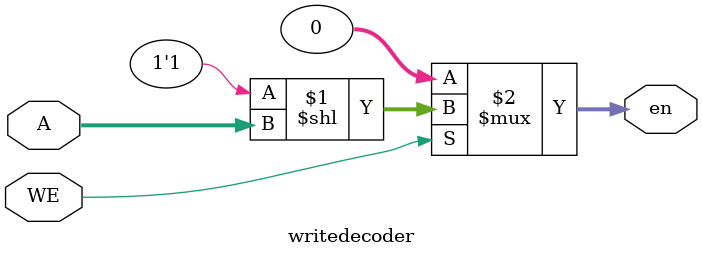
<source format=v>
`timescale 1ns / 1ps


module writedecoder(input [4:0] A,
                    input WE,
                    output [31:0] en);
    
    assign en = WE ? 1'b1 << A : 0;

endmodule

</source>
